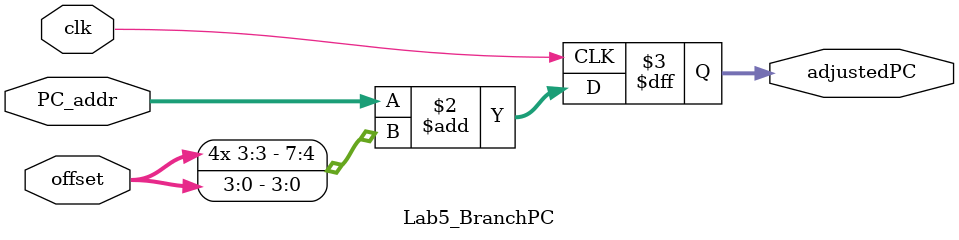
<source format=v>
module Lab5_BranchPC(
	input clk,
	input [7:0] PC_addr,
	input [3:0] offset,
	output reg [7:0] adjustedPC
                    );
		
        
    always@(posedge clk)
    begin
		adjustedPC <= PC_addr + { {4{offset[3]}}, offset}; //need to sign extend the offset value
    end
	
endmodule
</source>
